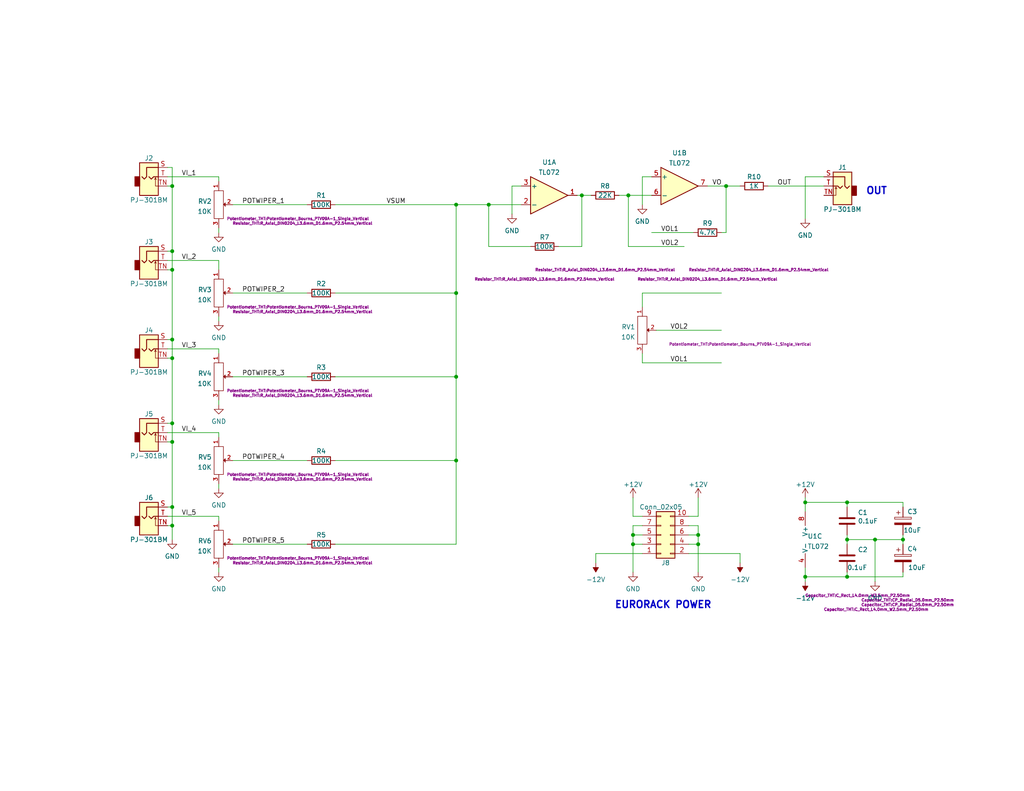
<source format=kicad_sch>
(kicad_sch (version 20211123) (generator eeschema)
  (paper "A")
  (title_block (title "SYNTH-MIXER5-01") (date "2022-10-04") (rev "1") (comment 1 "5 CHANNEL MIXER") (comment 2 "https://note.com/solder_state/n/nffc1a33053be"))
  (lib_symbols
    (symbol "Amplifier_Operational:TL072" (pin_names (offset 0.127))
      (property "Reference" "U" (at 0 5.08 0))
      (property "Value" "TL072" (at 0 -5.08 0))
      (symbol "TL072_1_1"
        (polyline (pts (xy -5.08 5.08) (xy 5.08 0) (xy -5.08 -5.08) (xy -5.08 5.08)) (stroke (width 0.254)) (fill (type background)))
        (pin output line (at 7.62 0 180) (length 2.54) (name "~") (number "1"))
        (pin input line (at -7.62 -2.54 0) (length 2.54) (name "-") (number "2"))
        (pin input line (at -7.62 2.54 0) (length 2.54) (name "+") (number "3"))
      )
      (symbol "TL072_2_1"
        (polyline (pts (xy -5.08 5.08) (xy 5.08 0) (xy -5.08 -5.08) (xy -5.08 5.08)) (stroke (width 0.254)) (fill (type background)))
        (pin input line (at -7.62 2.54 0) (length 2.54) (name "+") (number "5"))
        (pin input line (at -7.62 -2.54 0) (length 2.54) (name "-") (number "6"))
        (pin output line (at 7.62 0 180) (length 2.54) (name "~") (number "7"))
      )
      (symbol "TL072_3_1"
        (pin power_in line (at -2.54 -7.62 90) (length 3.81) (name "V-") (number "4"))
        (pin power_in line (at -2.54 7.62 270) (length 3.81) (name "V+") (number "8"))
      )
    )
    (symbol "Connector:AudioJack2_SwitchT"
      (property "Reference" "J" (at 0 8.89 0))
      (property "Value" "AudioJack2_SwitchT" (at 0 6.35 0))
      (symbol "AudioJack2_SwitchT_0_1"
        (rectangle (start -2.54 0) (end -3.81 -2.54) (stroke (width 0.254)) (fill (type outline)))
        (polyline (pts (xy 1.778 -0.254) (xy 2.032 -0.762)))
        (polyline (pts (xy 0 0) (xy 0.635 -0.635) (xy 1.27 0) (xy 2.54 0)) (stroke (width 0.254)))
        (polyline (pts (xy 2.54 -2.54) (xy 1.778 -2.54) (xy 1.778 -0.254) (xy 1.524 -0.762)))
        (polyline (pts (xy 2.54 2.54) (xy -0.635 2.54) (xy -0.635 0) (xy -1.27 -0.635) (xy -1.905 0)) (stroke (width 0.254)))
        (rectangle (start 2.54 3.81) (end -2.54 -5.08) (stroke (width 0.254)) (fill (type background)))
      )
      (symbol "AudioJack2_SwitchT_1_1"
        (pin passive line (at 5.08 2.54 180) (length 2.54) (name "~") (number "S"))
        (pin passive line (at 5.08 0 180) (length 2.54) (name "~") (number "T"))
        (pin passive line (at 5.08 -2.54 180) (length 2.54) (name "~") (number "TN"))
      )
    )
    (symbol "Connector_Generic:Conn_02x05_Odd_Even" (pin_names (offset 1.016) hide)
      (property "Reference" "J" (at 1.27 7.62 0))
      (property "Value" "Conn_02x05_Odd_Even" (at 1.27 -7.62 0))
      (symbol "Conn_02x05_Odd_Even_1_1"
        (rectangle (start -1.27 -4.953) (end 0 -5.207) (stroke (width 0.1524)))
        (rectangle (start -1.27 -2.413) (end 0 -2.667) (stroke (width 0.1524)))
        (rectangle (start -1.27 0.127) (end 0 -0.127) (stroke (width 0.1524)))
        (rectangle (start -1.27 2.667) (end 0 2.413) (stroke (width 0.1524)))
        (rectangle (start -1.27 5.207) (end 0 4.953) (stroke (width 0.1524)))
        (rectangle (start -1.27 6.35) (end 3.81 -6.35) (stroke (width 0.254)) (fill (type background)))
        (rectangle (start 3.81 -4.953) (end 2.54 -5.207) (stroke (width 0.1524)))
        (rectangle (start 3.81 -2.413) (end 2.54 -2.667) (stroke (width 0.1524)))
        (rectangle (start 3.81 0.127) (end 2.54 -0.127) (stroke (width 0.1524)))
        (rectangle (start 3.81 2.667) (end 2.54 2.413) (stroke (width 0.1524)))
        (rectangle (start 3.81 5.207) (end 2.54 4.953) (stroke (width 0.1524)))
        (pin passive line (at -5.08 5.08 0) (length 3.81) (name "Pin_1") (number "1"))
        (pin passive line (at 7.62 -5.08 180) (length 3.81) (name "Pin_10") (number "10"))
        (pin passive line (at 7.62 5.08 180) (length 3.81) (name "Pin_2") (number "2"))
        (pin passive line (at -5.08 2.54 0) (length 3.81) (name "Pin_3") (number "3"))
        (pin passive line (at 7.62 2.54 180) (length 3.81) (name "Pin_4") (number "4"))
        (pin passive line (at -5.08 0 0) (length 3.81) (name "Pin_5") (number "5"))
        (pin passive line (at 7.62 0 180) (length 3.81) (name "Pin_6") (number "6"))
        (pin passive line (at -5.08 -2.54 0) (length 3.81) (name "Pin_7") (number "7"))
        (pin passive line (at 7.62 -2.54 180) (length 3.81) (name "Pin_8") (number "8"))
        (pin passive line (at -5.08 -5.08 0) (length 3.81) (name "Pin_9") (number "9"))
      )
    )
    (symbol "Device:C" (pin_numbers hide) (pin_names (offset 0.254))
      (property "Reference" "C" (at 0.635 2.54 0))
      (property "Value" "C" (at 0.635 -2.54 0))
      (symbol "C_0_1"
        (polyline (pts (xy -2.032 -0.762) (xy 2.032 -0.762)) (stroke (width 0.508)))
        (polyline (pts (xy -2.032 0.762) (xy 2.032 0.762)) (stroke (width 0.508)))
      )
      (symbol "C_1_1"
        (pin passive line (at 0 3.81 270) (length 2.794) (name "~") (number "1"))
        (pin passive line (at 0 -3.81 90) (length 2.794) (name "~") (number "2"))
      )
    )
    (symbol "Device:C_Polarized" (pin_numbers hide) (pin_names (offset 0.254))
      (property "Reference" "C" (at 0.635 2.54 0))
      (property "Value" "C_Polarized" (at 0.635 -2.54 0))
      (symbol "C_Polarized_0_1"
        (rectangle (start -2.286 0.508) (end 2.286 1.016))
        (polyline (pts (xy -1.778 2.286) (xy -0.762 2.286)))
        (polyline (pts (xy -1.27 2.794) (xy -1.27 1.778)))
        (rectangle (start 2.286 -0.508) (end -2.286 -1.016) (fill (type outline)))
      )
      (symbol "C_Polarized_1_1"
        (pin passive line (at 0 3.81 270) (length 2.794) (name "~") (number "1"))
        (pin passive line (at 0 -3.81 90) (length 2.794) (name "~") (number "2"))
      )
    )
    (symbol "Device:R" (pin_numbers hide) (pin_names (offset 0))
      (property "Reference" "R" (at 2.032 0 90))
      (property "Value" "R" (at 0 0 90))
      (symbol "R_0_1"
        (rectangle (start -1.016 -2.54) (end 1.016 2.54) (stroke (width 0.254)))
      )
      (symbol "R_1_1"
        (pin passive line (at 0 3.81 270) (length 1.27) (name "~") (number "1"))
        (pin passive line (at 0 -3.81 90) (length 1.27) (name "~") (number "2"))
      )
    )
    (symbol "LandBoards:POT" (pin_names (offset 1.016) hide)
      (property "Reference" "RV" (at 0 -2.54 0))
      (property "Value" "POT" (at 0 0 0))
      (symbol "POT_0_1"
        (rectangle (start -3.81 1.27) (end 3.81 -1.27))
        (polyline (pts (xy 0 1.27) (xy -0.508 1.778) (xy 0.508 1.778)) (fill (type outline)))
      )
      (symbol "POT_1_1"
        (pin passive line (at -6.35 0 0) (length 2.54) (name "1") (number "1"))
        (pin passive line (at 0 3.81 270) (length 2.032) (name "2") (number "2"))
        (pin passive line (at 6.35 0 180) (length 2.54) (name "3") (number "3"))
      )
    )
    (symbol "power:+12V" (power) (pin_names (offset 0))
      (property "Value" "+12V" (at 0 3.556 0))
      (symbol "+12V_0_1"
        (polyline (pts (xy -0.762 1.27) (xy 0 2.54)))
        (polyline (pts (xy 0 0) (xy 0 2.54)))
        (polyline (pts (xy 0 2.54) (xy 0.762 1.27)))
      )
      (symbol "+12V_1_1"
        (pin power_in line (at 0 0 90) (length 0) hide (name "+12V") (number "1"))
      )
    )
    (symbol "power:-12V" (power) (pin_names (offset 0))
      (property "Value" "-12V" (at 0 3.81 0))
      (symbol "-12V_0_0"
        (pin power_in line (at 0 0 90) (length 0) hide (name "-12V") (number "1"))
      )
      (symbol "-12V_0_1"
        (polyline (pts (xy 0 0) (xy 0 1.27) (xy 0.762 1.27) (xy 0 2.54) (xy -0.762 1.27) (xy 0 1.27)) (fill (type outline)))
      )
    )
    (symbol "power:GND" (power) (pin_names (offset 0))
      (property "Value" "GND" (at 0 -3.81 0))
      (symbol "GND_0_1"
        (polyline (pts (xy 0 0) (xy 0 -1.27) (xy 1.27 -1.27) (xy 0 -2.54) (xy -1.27 -1.27) (xy 0 -1.27)))
      )
      (symbol "GND_1_1"
        (pin power_in line (at 0 0 270) (length 0) hide (name "GND") (number "1"))
      )
    )
  )
  (junction (at 133.35 55.88))
  (junction (at 46.99 68.58))
  (junction (at 124.46 102.87))
  (junction (at 46.99 50.8))
  (junction (at 124.46 55.88))
  (junction (at 219.71 137.16))
  (junction (at 238.76 147.32))
  (junction (at 172.72 146.05))
  (junction (at 124.46 80.01))
  (junction (at 46.99 97.79))
  (junction (at 46.99 138.43))
  (junction (at 171.45 53.34))
  (junction (at 124.46 125.73))
  (junction (at 46.99 115.57))
  (junction (at 46.99 143.51))
  (junction (at 219.71 157.48))
  (junction (at 46.99 92.71))
  (junction (at 190.5 148.59))
  (junction (at 231.14 157.48))
  (junction (at 231.14 147.32))
  (junction (at 46.99 120.65))
  (junction (at 231.14 137.16))
  (junction (at 246.38 147.32))
  (junction (at 172.72 148.59))
  (junction (at 46.99 73.66))
  (junction (at 198.12 50.8))
  (junction (at 158.75 53.34))
  (junction (at 190.5 146.05))
  (wire (pts (xy 172.72 143.51) (xy 172.72 146.05)))
  (wire (pts (xy 46.99 97.79) (xy 46.99 115.57)))
  (wire (pts (xy 91.44 125.73) (xy 124.46 125.73)))
  (wire (pts (xy 46.99 73.66) (xy 46.99 92.71)))
  (wire (pts (xy 59.69 109.22) (xy 59.69 110.49)))
  (wire (pts (xy 45.72 118.11) (xy 59.69 118.11)))
  (wire (pts (xy 46.99 143.51) (xy 45.72 143.51)))
  (wire (pts (xy 59.69 86.36) (xy 59.69 87.63)))
  (wire (pts (xy 172.72 148.59) (xy 175.26 148.59)))
  (wire (pts (xy 231.14 137.16) (xy 246.38 137.16)))
  (wire (pts (xy 175.26 143.51) (xy 172.72 143.51)))
  (wire (pts (xy 124.46 55.88) (xy 133.35 55.88)))
  (wire (pts (xy 172.72 146.05) (xy 172.72 148.59)))
  (wire (pts (xy 124.46 80.01) (xy 124.46 102.87)))
  (wire (pts (xy 246.38 157.48) (xy 246.38 156.21)))
  (wire (pts (xy 238.76 147.32) (xy 246.38 147.32)))
  (wire (pts (xy 46.99 138.43) (xy 46.99 143.51)))
  (wire (pts (xy 46.99 120.65) (xy 46.99 138.43)))
  (wire (pts (xy 162.56 151.13) (xy 162.56 153.67)))
  (wire (pts (xy 190.5 135.89) (xy 190.5 140.97)))
  (wire (pts (xy 46.99 73.66) (xy 45.72 73.66)))
  (wire (pts (xy 246.38 137.16) (xy 246.38 138.43)))
  (wire (pts (xy 219.71 157.48) (xy 231.14 157.48)))
  (wire (pts (xy 246.38 147.32) (xy 246.38 146.05)))
  (wire (pts (xy 139.7 58.42) (xy 139.7 50.8)))
  (wire (pts (xy 171.45 53.34) (xy 171.45 67.31)))
  (wire (pts (xy 175.26 151.13) (xy 162.56 151.13)))
  (wire (pts (xy 59.69 142.24) (xy 59.69 140.97)))
  (wire (pts (xy 46.99 143.51) (xy 46.99 147.32)))
  (wire (pts (xy 175.26 140.97) (xy 172.72 140.97)))
  (wire (pts (xy 46.99 50.8) (xy 46.99 68.58)))
  (wire (pts (xy 231.14 157.48) (xy 246.38 157.48)))
  (wire (pts (xy 45.72 140.97) (xy 59.69 140.97)))
  (wire (pts (xy 45.72 45.72) (xy 46.99 45.72)))
  (wire (pts (xy 46.99 45.72) (xy 46.99 50.8)))
  (wire (pts (xy 59.69 48.26) (xy 59.69 49.53)))
  (wire (pts (xy 201.93 50.8) (xy 198.12 50.8)))
  (wire (pts (xy 177.8 63.5) (xy 189.23 63.5)))
  (wire (pts (xy 45.72 138.43) (xy 46.99 138.43)))
  (wire (pts (xy 231.14 146.05) (xy 231.14 147.32)))
  (wire (pts (xy 168.91 53.34) (xy 171.45 53.34)))
  (wire (pts (xy 175.26 99.06) (xy 196.85 99.06)))
  (wire (pts (xy 59.69 73.66) (xy 59.69 71.12)))
  (wire (pts (xy 46.99 50.8) (xy 45.72 50.8)))
  (wire (pts (xy 91.44 148.59) (xy 124.46 148.59)))
  (wire (pts (xy 83.82 102.87) (xy 63.5 102.87)))
  (wire (pts (xy 157.48 53.34) (xy 158.75 53.34)))
  (wire (pts (xy 175.26 55.88) (xy 175.26 48.26)))
  (wire (pts (xy 144.78 67.31) (xy 133.35 67.31)))
  (wire (pts (xy 187.96 151.13) (xy 201.93 151.13)))
  (wire (pts (xy 133.35 55.88) (xy 142.24 55.88)))
  (wire (pts (xy 190.5 148.59) (xy 190.5 156.21)))
  (wire (pts (xy 158.75 67.31) (xy 152.4 67.31)))
  (wire (pts (xy 91.44 102.87) (xy 124.46 102.87)))
  (wire (pts (xy 45.72 92.71) (xy 46.99 92.71)))
  (wire (pts (xy 45.72 68.58) (xy 46.99 68.58)))
  (wire (pts (xy 190.5 143.51) (xy 190.5 146.05)))
  (wire (pts (xy 196.85 63.5) (xy 198.12 63.5)))
  (wire (pts (xy 83.82 148.59) (xy 63.5 148.59)))
  (wire (pts (xy 187.96 140.97) (xy 190.5 140.97)))
  (wire (pts (xy 187.96 143.51) (xy 190.5 143.51)))
  (wire (pts (xy 158.75 53.34) (xy 158.75 67.31)))
  (wire (pts (xy 187.96 148.59) (xy 190.5 148.59)))
  (wire (pts (xy 219.71 157.48) (xy 219.71 158.75)))
  (wire (pts (xy 172.72 135.89) (xy 172.72 140.97)))
  (wire (pts (xy 45.72 115.57) (xy 46.99 115.57)))
  (wire (pts (xy 139.7 50.8) (xy 142.24 50.8)))
  (wire (pts (xy 219.71 135.89) (xy 219.71 137.16)))
  (wire (pts (xy 46.99 68.58) (xy 46.99 73.66)))
  (wire (pts (xy 219.71 48.26) (xy 219.71 59.69)))
  (wire (pts (xy 59.69 132.08) (xy 59.69 133.35)))
  (wire (pts (xy 219.71 137.16) (xy 219.71 139.7)))
  (wire (pts (xy 175.26 80.01) (xy 196.85 80.01)))
  (wire (pts (xy 231.14 147.32) (xy 238.76 147.32)))
  (wire (pts (xy 219.71 154.94) (xy 219.71 157.48)))
  (wire (pts (xy 231.14 156.21) (xy 231.14 157.48)))
  (wire (pts (xy 59.69 96.52) (xy 59.69 95.25)))
  (wire (pts (xy 46.99 92.71) (xy 46.99 97.79)))
  (wire (pts (xy 231.14 137.16) (xy 231.14 138.43)))
  (wire (pts (xy 172.72 148.59) (xy 172.72 156.21)))
  (wire (pts (xy 133.35 67.31) (xy 133.35 55.88)))
  (wire (pts (xy 124.46 125.73) (xy 124.46 148.59)))
  (wire (pts (xy 201.93 151.13) (xy 201.93 153.67)))
  (wire (pts (xy 59.69 62.23) (xy 59.69 63.5)))
  (wire (pts (xy 46.99 97.79) (xy 45.72 97.79)))
  (wire (pts (xy 45.72 48.26) (xy 59.69 48.26)))
  (wire (pts (xy 190.5 146.05) (xy 190.5 148.59)))
  (wire (pts (xy 209.55 50.8) (xy 224.79 50.8)))
  (wire (pts (xy 179.07 90.17) (xy 196.85 90.17)))
  (wire (pts (xy 175.26 48.26) (xy 177.8 48.26)))
  (wire (pts (xy 171.45 67.31) (xy 186.69 67.31)))
  (wire (pts (xy 45.72 95.25) (xy 59.69 95.25)))
  (wire (pts (xy 91.44 80.01) (xy 124.46 80.01)))
  (wire (pts (xy 171.45 53.34) (xy 177.8 53.34)))
  (wire (pts (xy 59.69 119.38) (xy 59.69 118.11)))
  (wire (pts (xy 175.26 96.52) (xy 175.26 99.06)))
  (wire (pts (xy 246.38 148.59) (xy 246.38 147.32)))
  (wire (pts (xy 219.71 137.16) (xy 231.14 137.16)))
  (wire (pts (xy 91.44 55.88) (xy 124.46 55.88)))
  (wire (pts (xy 63.5 80.01) (xy 83.82 80.01)))
  (wire (pts (xy 158.75 53.34) (xy 161.29 53.34)))
  (wire (pts (xy 231.14 147.32) (xy 231.14 148.59)))
  (wire (pts (xy 187.96 146.05) (xy 190.5 146.05)))
  (wire (pts (xy 172.72 146.05) (xy 175.26 146.05)))
  (wire (pts (xy 175.26 83.82) (xy 175.26 80.01)))
  (wire (pts (xy 124.46 55.88) (xy 124.46 80.01)))
  (wire (pts (xy 59.69 154.94) (xy 59.69 156.21)))
  (wire (pts (xy 224.79 48.26) (xy 219.71 48.26)))
  (wire (pts (xy 124.46 102.87) (xy 124.46 125.73)))
  (wire (pts (xy 198.12 63.5) (xy 198.12 50.8)))
  (wire (pts (xy 238.76 147.32) (xy 238.76 158.75)))
  (wire (pts (xy 46.99 115.57) (xy 46.99 120.65)))
  (wire (pts (xy 45.72 71.12) (xy 59.69 71.12)))
  (wire (pts (xy 198.12 50.8) (xy 193.04 50.8)))
  (wire (pts (xy 63.5 55.88) (xy 83.82 55.88)))
  (wire (pts (xy 83.82 125.73) (xy 63.5 125.73)))
  (wire (pts (xy 46.99 120.65) (xy 45.72 120.65)))
  (text "EURORACK POWER" (at 167.64 166.37 0) (effects (font (size 1.905 1.905) (thickness 0.381) bold) (justify left bottom)))
  (text "OUT" (at 236.22 53.34 0) (effects (font (size 1.905 1.905) (thickness 0.381) bold) (justify left bottom)))
  (label "VOL2" (at 180.34 67.31 0))
  (label "VI_2" (at 49.53 71.12 0))
  (label "POTWIPER_2" (at 66.04 80.01 0))
  (label "POTWIPER_3" (at 66.04 102.87 0))
  (label "VSUM" (at 105.41 55.88 0))
  (label "VI_3" (at 49.53 95.25 0))
  (label "OUT" (at 212.09 50.8 0))
  (label "VI_4" (at 49.53 118.11 0))
  (label "POTWIPER_1" (at 66.04 55.88 0))
  (label "VOL2" (at 182.88 90.17 0))
  (label "VOL1" (at 180.34 63.5 0))
  (label "VO" (at 194.31 50.8 0))
  (label "POTWIPER_5" (at 66.04 148.59 0))
  (label "VI_5" (at 49.53 140.97 0))
  (label "VI_1" (at 49.53 48.26 0))
  (label "POTWIPER_4" (at 66.04 125.73 0))
  (label "VOL1" (at 182.88 99.06 0))
  (symbol (lib_id "power:GND") (at 172.72 156.21 0) (unit 1)
    (property "Reference" "#PWR0114" (effects hide))
    (property "Value" "GND" (at 172.72 160.7725 0))
  )
  (symbol (lib_id "Device:R") (at 87.63 148.59 90) (unit 1)
    (property "Reference" "R5" (at 87.63 146.05 90))
    (property "Value" "100K" (at 87.63 148.59 90))
    (property "Footprint" "Resistor_THT:R_Axial_DIN0204_L3.6mm_D1.6mm_P2.54mm_Vertical" (at 82.55 153.67 90) (effects (font (size 0.762 0.762))))
    (property "Datasheet" "https://www.mouser.com/ProductDetail/Xicon/299-2.2K-RC?qs=QaPBMFBEHz3RDbXknTj%252ByA%3D%3D" (effects hide))
  )
  (symbol (lib_id "power:+12V") (at 190.5 135.89 0) (unit 1)
    (property "Reference" "#PWR0115" (effects hide))
    (property "Value" "+12V" (at 190.5 132.2855 0))
  )
  (symbol (lib_id "power:GND") (at 59.69 63.5 0) (unit 1)
    (property "Reference" "#PWR0101" (effects hide))
    (property "Value" "GND" (at 59.69 68.0625 0))
  )
  (symbol (lib_id "Connector:AudioJack2_SwitchT") (at 229.87 50.8 0) (mirror y) (unit 1)
    (property "Reference" "J1" (at 229.87 45.72 0))
    (property "Value" "PJ-301BM" (at 229.87 57.15 0))
    (property "Footprint" "AudioJacks:Jack_3.5mm_QingPu_WQP-PJ301BM_Vertical" (effects hide))
    (property "Datasheet" "https://www.taydaelectronics.com/pj-301bm-3-5-mm-mono-phone-jack.html" (effects hide))
  )
  (symbol (lib_id "Connector:AudioJack2_SwitchT") (at 40.64 71.12 0) (unit 1)
    (property "Reference" "J3" (at 40.64 66.04 0))
    (property "Value" "PJ-301BM" (at 40.64 77.47 0))
    (property "Footprint" "AudioJacks:Jack_3.5mm_QingPu_WQP-PJ301BM_Vertical" (effects hide))
    (property "Datasheet" "https://www.taydaelectronics.com/pj-301bm-3-5-mm-mono-phone-jack.html" (effects hide))
  )
  (symbol (lib_id "power:GND") (at 59.69 133.35 0) (unit 1)
    (property "Reference" "#PWR0111" (effects hide))
    (property "Value" "GND" (at 59.69 137.9125 0))
  )
  (symbol (lib_id "Device:R") (at 87.63 55.88 90) (unit 1)
    (property "Reference" "R1" (at 87.63 53.34 90))
    (property "Value" "100K" (at 87.63 55.88 90))
    (property "Footprint" "Resistor_THT:R_Axial_DIN0204_L3.6mm_D1.6mm_P2.54mm_Vertical" (at 82.55 60.96 90) (effects (font (size 0.762 0.762))))
    (property "Datasheet" "https://www.mouser.com/ProductDetail/Xicon/299-2.2K-RC?qs=QaPBMFBEHz3RDbXknTj%252ByA%3D%3D" (effects hide))
  )
  (symbol (lib_id "Amplifier_Operational:TL072") (at 185.42 50.8 0) (unit 2)
    (property "Reference" "U1" (at 185.42 41.7535 0))
    (property "Value" "TL072" (at 185.42 44.5286 0))
    (property "Footprint" "Package_DIP:DIP-8_W7.62mm" (effects hide))
    (property "Datasheet" "https://store.synthrotek.com/TL072P-Op-Amp_p_418.html" (effects hide))
  )
  (symbol (lib_id "Device:R") (at 87.63 102.87 90) (unit 1)
    (property "Reference" "R3" (at 87.63 100.33 90))
    (property "Value" "100K" (at 87.63 102.87 90))
    (property "Footprint" "Resistor_THT:R_Axial_DIN0204_L3.6mm_D1.6mm_P2.54mm_Vertical" (at 82.55 107.95 90) (effects (font (size 0.762 0.762))))
    (property "Datasheet" "https://www.mouser.com/ProductDetail/Xicon/299-2.2K-RC?qs=QaPBMFBEHz3RDbXknTj%252ByA%3D%3D" (effects hide))
  )
  (symbol (lib_id "power:+12V") (at 219.71 135.89 0) (unit 1)
    (property "Reference" "#PWR0107" (effects hide))
    (property "Value" "+12V" (at 219.71 132.2855 0))
  )
  (symbol (lib_id "LandBoards:POT") (at 59.69 125.73 270) (unit 1)
    (property "Reference" "RV5" (at 57.7851 124.8215 90) (effects (justify right)))
    (property "Value" "10K" (at 57.7851 127.5966 90) (effects (justify right)))
    (property "Footprint" "Potentiometer_THT:Potentiometer_Bourns_PTV09A-1_Single_Vertical" (at 81.28 129.54 90) (effects (font (size 0.762 0.762))))
  )
  (symbol (lib_id "power:GND") (at 238.76 158.75 0) (unit 1)
    (property "Reference" "#PWR0106" (effects hide))
    (property "Value" "GND" (at 238.76 163.3125 0))
  )
  (symbol (lib_id "Device:R") (at 205.74 50.8 90) (unit 1)
    (property "Reference" "R10" (at 205.74 48.26 90))
    (property "Value" "1K" (at 205.74 50.8 90))
    (property "Footprint" "Resistor_THT:R_Axial_DIN0204_L3.6mm_D1.6mm_P2.54mm_Vertical" (at 207.01 73.66 90) (effects (font (size 0.762 0.762))))
    (property "Datasheet" "https://www.mouser.com/ProductDetail/Xicon/299-2.2K-RC?qs=QaPBMFBEHz3RDbXknTj%252ByA%3D%3D" (effects hide))
  )
  (symbol (lib_id "power:GND") (at 46.99 147.32 0) (unit 1)
    (property "Reference" "#PWR0102" (effects hide))
    (property "Value" "GND" (at 46.99 151.8825 0))
  )
  (symbol (lib_id "Device:R") (at 165.1 53.34 90) (unit 1)
    (property "Reference" "R8" (at 165.1 50.8 90))
    (property "Value" "22K" (at 165.1 53.34 90))
    (property "Footprint" "Resistor_THT:R_Axial_DIN0204_L3.6mm_D1.6mm_P2.54mm_Vertical" (at 165.1 73.66 90) (effects (font (size 0.762 0.762))))
    (property "Datasheet" "https://www.mouser.com/ProductDetail/Xicon/299-2.2K-RC?qs=QaPBMFBEHz3RDbXknTj%252ByA%3D%3D" (effects hide))
  )
  (symbol (lib_id "power:GND") (at 139.7 58.42 0) (unit 1)
    (property "Reference" "#PWR0117" (effects hide))
    (property "Value" "GND" (at 139.7 62.9825 0))
  )
  (symbol (lib_id "Device:C_Polarized") (at 246.38 152.4 0) (unit 1)
    (property "Reference" "C4" (at 248.92 149.86 0))
    (property "Value" "10uF" (at 250.19 154.94 0))
    (property "Footprint" "Capacitor_THT:CP_Radial_D5.0mm_P2.50mm" (at 247.65 163.83 0) (effects (font (size 0.762 0.762))))
    (property "Datasheet" "https://www.mouser.com/ProductDetail/140-REA470M1CBK0511P" (effects hide))
  )
  (symbol (lib_id "LandBoards:POT") (at 59.69 80.01 270) (unit 1)
    (property "Reference" "RV3" (at 57.7851 79.1015 90) (effects (justify right)))
    (property "Value" "10K" (at 57.7851 81.8766 90) (effects (justify right)))
    (property "Footprint" "Potentiometer_THT:Potentiometer_Bourns_PTV09A-1_Single_Vertical" (at 81.28 83.82 90) (effects (font (size 0.762 0.762))))
  )
  (symbol (lib_id "power:GND") (at 59.69 110.49 0) (unit 1)
    (property "Reference" "#PWR0108" (effects hide))
    (property "Value" "GND" (at 59.69 115.0525 0))
  )
  (symbol (lib_id "Device:R") (at 87.63 125.73 90) (unit 1)
    (property "Reference" "R4" (at 87.63 123.19 90))
    (property "Value" "100K" (at 87.63 125.73 90))
    (property "Footprint" "Resistor_THT:R_Axial_DIN0204_L3.6mm_D1.6mm_P2.54mm_Vertical" (at 82.55 130.81 90) (effects (font (size 0.762 0.762))))
    (property "Datasheet" "https://www.mouser.com/ProductDetail/Xicon/299-2.2K-RC?qs=QaPBMFBEHz3RDbXknTj%252ByA%3D%3D" (effects hide))
  )
  (symbol (lib_id "power:GND") (at 190.5 156.21 0) (unit 1)
    (property "Reference" "#PWR0112" (effects hide))
    (property "Value" "GND" (at 190.5 160.7725 0))
  )
  (symbol (lib_id "power:+12V") (at 172.72 135.89 0) (unit 1)
    (property "Reference" "#PWR0116" (effects hide))
    (property "Value" "+12V" (at 172.72 132.2855 0))
  )
  (symbol (lib_id "power:GND") (at 175.26 55.88 0) (unit 1)
    (property "Reference" "#PWR0118" (effects hide))
    (property "Value" "GND" (at 175.26 60.4425 0))
  )
  (symbol (lib_id "LandBoards:POT") (at 59.69 148.59 270) (unit 1)
    (property "Reference" "RV6" (at 57.7851 147.6815 90) (effects (justify right)))
    (property "Value" "10K" (at 57.7851 150.4566 90) (effects (justify right)))
    (property "Footprint" "Potentiometer_THT:Potentiometer_Bourns_PTV09A-1_Single_Vertical" (at 81.28 152.4 90) (effects (font (size 0.762 0.762))))
  )
  (symbol (lib_id "Device:C_Polarized") (at 246.38 142.24 0) (unit 1)
    (property "Reference" "C3" (at 248.92 139.7 0))
    (property "Value" "10uF" (at 248.92 144.78 0))
    (property "Footprint" "Capacitor_THT:CP_Radial_D5.0mm_P2.50mm" (at 247.65 165.1 0) (effects (font (size 0.762 0.762))))
    (property "Datasheet" "https://www.mouser.com/ProductDetail/140-REA470M1CBK0511P" (effects hide))
  )
  (symbol (lib_id "power:-12V") (at 162.56 153.67 180) (unit 1)
    (property "Reference" "#PWR0110" (effects hide))
    (property "Value" "-12V" (at 162.56 158.2325 0))
  )
  (symbol (lib_id "Device:C") (at 231.14 152.4 0) (unit 1)
    (property "Reference" "C2" (at 234.061 150.0886 0) (effects (justify left)))
    (property "Value" "0.1uF" (at 231.14 154.94 0) (effects (justify left)))
    (property "Footprint" "Capacitor_THT:C_Rect_L4.0mm_W2.5mm_P2.50mm" (at 219.71 162.56 0) (effects (font (size 0.762 0.762)) (justify left)))
    (property "Datasheet" "https://www.mouser.com/ProductDetail/TDK/FG18X7R1H473KNT06?qs=qf2ddTMq67Ua7q%2FdN4IhqA%3D%3D" (effects hide))
  )
  (symbol (lib_id "LandBoards:POT") (at 59.69 102.87 270) (unit 1)
    (property "Reference" "RV4" (at 57.7851 101.9615 90) (effects (justify right)))
    (property "Value" "10K" (at 57.7851 104.7366 90) (effects (justify right)))
    (property "Footprint" "Potentiometer_THT:Potentiometer_Bourns_PTV09A-1_Single_Vertical" (at 81.28 106.68 90) (effects (font (size 0.762 0.762))))
  )
  (symbol (lib_id "power:-12V") (at 201.93 153.67 180) (unit 1)
    (property "Reference" "#PWR0113" (effects hide))
    (property "Value" "-12V" (at 201.93 158.2325 0))
  )
  (symbol (lib_id "Device:R") (at 87.63 80.01 90) (unit 1)
    (property "Reference" "R2" (at 87.63 77.47 90))
    (property "Value" "100K" (at 87.63 80.01 90))
    (property "Footprint" "Resistor_THT:R_Axial_DIN0204_L3.6mm_D1.6mm_P2.54mm_Vertical" (at 82.55 85.09 90) (effects (font (size 0.762 0.762))))
    (property "Datasheet" "https://www.mouser.com/ProductDetail/Xicon/299-2.2K-RC?qs=QaPBMFBEHz3RDbXknTj%252ByA%3D%3D" (effects hide))
  )
  (symbol (lib_id "Connector:AudioJack2_SwitchT") (at 40.64 48.26 0) (unit 1)
    (property "Reference" "J2" (at 40.64 43.18 0))
    (property "Value" "PJ-301BM" (at 40.64 54.61 0))
    (property "Footprint" "AudioJacks:Jack_3.5mm_QingPu_WQP-PJ301BM_Vertical" (effects hide))
    (property "Datasheet" "https://www.taydaelectronics.com/pj-301bm-3-5-mm-mono-phone-jack.html" (effects hide))
  )
  (symbol (lib_id "Amplifier_Operational:TL072") (at 222.25 147.32 0) (unit 3)
    (property "Reference" "U1" (at 220.345 146.4115 0) (effects (justify left)))
    (property "Value" "TL072" (at 220.345 149.1866 0) (effects (justify left)))
    (property "Footprint" "Package_DIP:DIP-8_W7.62mm" (effects hide))
    (property "Datasheet" "https://store.synthrotek.com/TL072P-Op-Amp_p_418.html" (effects hide))
  )
  (symbol (lib_id "Connector:AudioJack2_SwitchT") (at 40.64 140.97 0) (unit 1)
    (property "Reference" "J6" (at 40.64 135.89 0))
    (property "Value" "PJ-301BM" (at 40.64 147.32 0))
    (property "Footprint" "AudioJacks:Jack_3.5mm_QingPu_WQP-PJ301BM_Vertical" (effects hide))
    (property "Datasheet" "https://www.taydaelectronics.com/pj-301bm-3-5-mm-mono-phone-jack.html" (effects hide))
  )
  (symbol (lib_id "Connector:AudioJack2_SwitchT") (at 40.64 95.25 0) (unit 1)
    (property "Reference" "J4" (at 40.64 90.17 0))
    (property "Value" "PJ-301BM" (at 40.64 101.6 0))
    (property "Footprint" "AudioJacks:Jack_3.5mm_QingPu_WQP-PJ301BM_Vertical" (effects hide))
    (property "Datasheet" "https://www.taydaelectronics.com/pj-301bm-3-5-mm-mono-phone-jack.html" (effects hide))
  )
  (symbol (lib_id "LandBoards:POT") (at 59.69 55.88 270) (unit 1)
    (property "Reference" "RV2" (at 57.7851 54.9715 90) (effects (justify right)))
    (property "Value" "10K" (at 57.7851 57.7466 90) (effects (justify right)))
    (property "Footprint" "Potentiometer_THT:Potentiometer_Bourns_PTV09A-1_Single_Vertical" (at 81.28 59.69 90) (effects (font (size 0.762 0.762))))
  )
  (symbol (lib_id "LandBoards:POT") (at 175.26 90.17 270) (unit 1)
    (property "Reference" "RV1" (at 173.3551 89.2615 90) (effects (justify right)))
    (property "Value" "10K" (at 173.3551 92.0366 90) (effects (justify right)))
    (property "Footprint" "Potentiometer_THT:Potentiometer_Bourns_PTV09A-1_Single_Vertical" (at 201.93 93.98 90) (effects (font (size 0.762 0.762))))
  )
  (symbol (lib_id "Device:R") (at 148.59 67.31 90) (unit 1)
    (property "Reference" "R7" (at 148.59 64.77 90))
    (property "Value" "100K" (at 148.59 67.31 90))
    (property "Footprint" "Resistor_THT:R_Axial_DIN0204_L3.6mm_D1.6mm_P2.54mm_Vertical" (at 148.59 76.2 90) (effects (font (size 0.762 0.762))))
    (property "Datasheet" "https://www.mouser.com/ProductDetail/Xicon/299-2.2K-RC?qs=QaPBMFBEHz3RDbXknTj%252ByA%3D%3D" (effects hide))
  )
  (symbol (lib_id "Connector_Generic:Conn_02x05_Odd_Even") (at 180.34 146.05 0) (mirror x) (unit 1)
    (property "Reference" "J8" (at 181.61 153.67 0))
    (property "Value" "Conn_02x05" (at 180.34 138.43 0))
    (property "Footprint" "Connector_IDC:IDC-Header_2x05_P2.54mm_Vertical" (effects hide))
    (property "Datasheet" "https://store.synthrotek.com/10-Pin_Keyed_Shrouded_Eurorack_Power_Header" (effects hide))
  )
  (symbol (lib_id "Amplifier_Operational:TL072") (at 149.86 53.34 0) (unit 1)
    (property "Reference" "U1" (at 149.86 44.2935 0))
    (property "Value" "TL072" (at 149.86 47.0686 0))
    (property "Footprint" "Package_DIP:DIP-8_W7.62mm" (effects hide))
    (property "Datasheet" "https://store.synthrotek.com/TL072P-Op-Amp_p_418.html" (effects hide))
  )
  (symbol (lib_id "power:GND") (at 59.69 87.63 0) (unit 1)
    (property "Reference" "#PWR0109" (effects hide))
    (property "Value" "GND" (at 59.69 92.1925 0))
  )
  (symbol (lib_id "Device:R") (at 193.04 63.5 90) (unit 1)
    (property "Reference" "R9" (at 193.04 60.96 90))
    (property "Value" "4.7K" (at 193.04 63.5 90))
    (property "Footprint" "Resistor_THT:R_Axial_DIN0204_L3.6mm_D1.6mm_P2.54mm_Vertical" (at 193.04 76.2 90) (effects (font (size 0.762 0.762))))
    (property "Datasheet" "https://www.mouser.com/ProductDetail/Xicon/299-2.2K-RC?qs=QaPBMFBEHz3RDbXknTj%252ByA%3D%3D" (effects hide))
  )
  (symbol (lib_id "Device:C") (at 231.14 142.24 0) (unit 1)
    (property "Reference" "C1" (at 234.061 139.9286 0) (effects (justify left)))
    (property "Value" "0.1uF" (at 234.061 142.24 0) (effects (justify left)))
    (property "Footprint" "Capacitor_THT:C_Rect_L4.0mm_W2.5mm_P2.50mm" (at 224.79 166.37 0) (effects (font (size 0.762 0.762)) (justify left)))
    (property "Datasheet" "https://www.mouser.com/ProductDetail/TDK/FG18X7R1H473KNT06?qs=qf2ddTMq67Ua7q%2FdN4IhqA%3D%3D" (effects hide))
  )
  (symbol (lib_id "power:GND") (at 219.71 59.69 0) (unit 1)
    (property "Reference" "#PWR0119" (effects hide))
    (property "Value" "GND" (at 219.71 64.2525 0))
  )
  (symbol (lib_id "power:-12V") (at 219.71 158.75 180) (unit 1)
    (property "Reference" "#PWR0105" (effects hide))
    (property "Value" "-12V" (at 219.71 163.3125 0))
  )
  (symbol (lib_id "Connector:AudioJack2_SwitchT") (at 40.64 118.11 0) (unit 1)
    (property "Reference" "J5" (at 40.64 113.03 0))
    (property "Value" "PJ-301BM" (at 40.64 124.46 0))
    (property "Footprint" "AudioJacks:Jack_3.5mm_QingPu_WQP-PJ301BM_Vertical" (effects hide))
    (property "Datasheet" "https://www.taydaelectronics.com/pj-301bm-3-5-mm-mono-phone-jack.html" (effects hide))
  )
  (symbol (lib_id "power:GND") (at 59.69 156.21 0) (unit 1)
    (property "Reference" "#PWR0103" (effects hide))
    (property "Value" "GND" (at 59.69 160.7725 0))
  )
)
</source>
